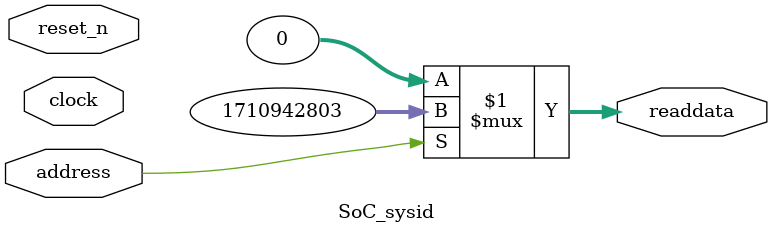
<source format=v>

`timescale 1ns / 1ps
// synthesis translate_on

// turn off superfluous verilog processor warnings 
// altera message_level Level1 
// altera message_off 10034 10035 10036 10037 10230 10240 10030 

module SoC_sysid (
               // inputs:
                address,
                clock,
                reset_n,

               // outputs:
                readdata
             )
;

  output  [ 31: 0] readdata;
  input            address;
  input            clock;
  input            reset_n;

  wire    [ 31: 0] readdata;
  //control_slave, which is an e_avalon_slave
  assign readdata = address ? 1710942803 : 0;

endmodule




</source>
